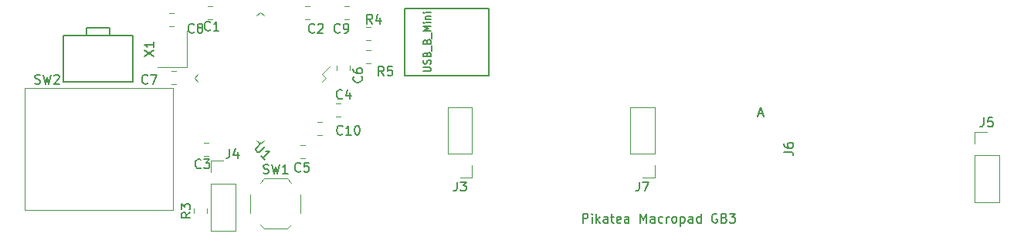
<source format=gbr>
%TF.GenerationSoftware,KiCad,Pcbnew,(5.1.6)-1*%
%TF.CreationDate,2021-04-28T13:43:36-05:00*%
%TF.ProjectId,Pikatea Macropad GB3,50696b61-7465-4612-904d-6163726f7061,rev?*%
%TF.SameCoordinates,Original*%
%TF.FileFunction,Legend,Top*%
%TF.FilePolarity,Positive*%
%FSLAX46Y46*%
G04 Gerber Fmt 4.6, Leading zero omitted, Abs format (unit mm)*
G04 Created by KiCad (PCBNEW (5.1.6)-1) date 2021-04-28 13:43:36*
%MOMM*%
%LPD*%
G01*
G04 APERTURE LIST*
%ADD10C,0.150000*%
%ADD11C,0.200000*%
%ADD12C,0.203200*%
%ADD13C,0.120000*%
G04 APERTURE END LIST*
D10*
X172735904Y-101004666D02*
X173212095Y-101004666D01*
X172640666Y-101290380D02*
X172974000Y-100290380D01*
X173307333Y-101290380D01*
X153464666Y-112974380D02*
X153464666Y-111974380D01*
X153845619Y-111974380D01*
X153940857Y-112022000D01*
X153988476Y-112069619D01*
X154036095Y-112164857D01*
X154036095Y-112307714D01*
X153988476Y-112402952D01*
X153940857Y-112450571D01*
X153845619Y-112498190D01*
X153464666Y-112498190D01*
X154464666Y-112974380D02*
X154464666Y-112307714D01*
X154464666Y-111974380D02*
X154417047Y-112022000D01*
X154464666Y-112069619D01*
X154512285Y-112022000D01*
X154464666Y-111974380D01*
X154464666Y-112069619D01*
X154940857Y-112974380D02*
X154940857Y-111974380D01*
X155036095Y-112593428D02*
X155321809Y-112974380D01*
X155321809Y-112307714D02*
X154940857Y-112688666D01*
X156178952Y-112974380D02*
X156178952Y-112450571D01*
X156131333Y-112355333D01*
X156036095Y-112307714D01*
X155845619Y-112307714D01*
X155750380Y-112355333D01*
X156178952Y-112926761D02*
X156083714Y-112974380D01*
X155845619Y-112974380D01*
X155750380Y-112926761D01*
X155702761Y-112831523D01*
X155702761Y-112736285D01*
X155750380Y-112641047D01*
X155845619Y-112593428D01*
X156083714Y-112593428D01*
X156178952Y-112545809D01*
X156512285Y-112307714D02*
X156893238Y-112307714D01*
X156655142Y-111974380D02*
X156655142Y-112831523D01*
X156702761Y-112926761D01*
X156798000Y-112974380D01*
X156893238Y-112974380D01*
X157607523Y-112926761D02*
X157512285Y-112974380D01*
X157321809Y-112974380D01*
X157226571Y-112926761D01*
X157178952Y-112831523D01*
X157178952Y-112450571D01*
X157226571Y-112355333D01*
X157321809Y-112307714D01*
X157512285Y-112307714D01*
X157607523Y-112355333D01*
X157655142Y-112450571D01*
X157655142Y-112545809D01*
X157178952Y-112641047D01*
X158512285Y-112974380D02*
X158512285Y-112450571D01*
X158464666Y-112355333D01*
X158369428Y-112307714D01*
X158178952Y-112307714D01*
X158083714Y-112355333D01*
X158512285Y-112926761D02*
X158417047Y-112974380D01*
X158178952Y-112974380D01*
X158083714Y-112926761D01*
X158036095Y-112831523D01*
X158036095Y-112736285D01*
X158083714Y-112641047D01*
X158178952Y-112593428D01*
X158417047Y-112593428D01*
X158512285Y-112545809D01*
X159750380Y-112974380D02*
X159750380Y-111974380D01*
X160083714Y-112688666D01*
X160417047Y-111974380D01*
X160417047Y-112974380D01*
X161321809Y-112974380D02*
X161321809Y-112450571D01*
X161274190Y-112355333D01*
X161178952Y-112307714D01*
X160988476Y-112307714D01*
X160893238Y-112355333D01*
X161321809Y-112926761D02*
X161226571Y-112974380D01*
X160988476Y-112974380D01*
X160893238Y-112926761D01*
X160845619Y-112831523D01*
X160845619Y-112736285D01*
X160893238Y-112641047D01*
X160988476Y-112593428D01*
X161226571Y-112593428D01*
X161321809Y-112545809D01*
X162226571Y-112926761D02*
X162131333Y-112974380D01*
X161940857Y-112974380D01*
X161845619Y-112926761D01*
X161798000Y-112879142D01*
X161750380Y-112783904D01*
X161750380Y-112498190D01*
X161798000Y-112402952D01*
X161845619Y-112355333D01*
X161940857Y-112307714D01*
X162131333Y-112307714D01*
X162226571Y-112355333D01*
X162655142Y-112974380D02*
X162655142Y-112307714D01*
X162655142Y-112498190D02*
X162702761Y-112402952D01*
X162750380Y-112355333D01*
X162845619Y-112307714D01*
X162940857Y-112307714D01*
X163417047Y-112974380D02*
X163321809Y-112926761D01*
X163274190Y-112879142D01*
X163226571Y-112783904D01*
X163226571Y-112498190D01*
X163274190Y-112402952D01*
X163321809Y-112355333D01*
X163417047Y-112307714D01*
X163559904Y-112307714D01*
X163655142Y-112355333D01*
X163702761Y-112402952D01*
X163750380Y-112498190D01*
X163750380Y-112783904D01*
X163702761Y-112879142D01*
X163655142Y-112926761D01*
X163559904Y-112974380D01*
X163417047Y-112974380D01*
X164178952Y-112307714D02*
X164178952Y-113307714D01*
X164178952Y-112355333D02*
X164274190Y-112307714D01*
X164464666Y-112307714D01*
X164559904Y-112355333D01*
X164607523Y-112402952D01*
X164655142Y-112498190D01*
X164655142Y-112783904D01*
X164607523Y-112879142D01*
X164559904Y-112926761D01*
X164464666Y-112974380D01*
X164274190Y-112974380D01*
X164178952Y-112926761D01*
X165512285Y-112974380D02*
X165512285Y-112450571D01*
X165464666Y-112355333D01*
X165369428Y-112307714D01*
X165178952Y-112307714D01*
X165083714Y-112355333D01*
X165512285Y-112926761D02*
X165417047Y-112974380D01*
X165178952Y-112974380D01*
X165083714Y-112926761D01*
X165036095Y-112831523D01*
X165036095Y-112736285D01*
X165083714Y-112641047D01*
X165178952Y-112593428D01*
X165417047Y-112593428D01*
X165512285Y-112545809D01*
X166417047Y-112974380D02*
X166417047Y-111974380D01*
X166417047Y-112926761D02*
X166321809Y-112974380D01*
X166131333Y-112974380D01*
X166036095Y-112926761D01*
X165988476Y-112879142D01*
X165940857Y-112783904D01*
X165940857Y-112498190D01*
X165988476Y-112402952D01*
X166036095Y-112355333D01*
X166131333Y-112307714D01*
X166321809Y-112307714D01*
X166417047Y-112355333D01*
X168178952Y-112022000D02*
X168083714Y-111974380D01*
X167940857Y-111974380D01*
X167798000Y-112022000D01*
X167702761Y-112117238D01*
X167655142Y-112212476D01*
X167607523Y-112402952D01*
X167607523Y-112545809D01*
X167655142Y-112736285D01*
X167702761Y-112831523D01*
X167798000Y-112926761D01*
X167940857Y-112974380D01*
X168036095Y-112974380D01*
X168178952Y-112926761D01*
X168226571Y-112879142D01*
X168226571Y-112545809D01*
X168036095Y-112545809D01*
X168988476Y-112450571D02*
X169131333Y-112498190D01*
X169178952Y-112545809D01*
X169226571Y-112641047D01*
X169226571Y-112783904D01*
X169178952Y-112879142D01*
X169131333Y-112926761D01*
X169036095Y-112974380D01*
X168655142Y-112974380D01*
X168655142Y-111974380D01*
X168988476Y-111974380D01*
X169083714Y-112022000D01*
X169131333Y-112069619D01*
X169178952Y-112164857D01*
X169178952Y-112260095D01*
X169131333Y-112355333D01*
X169083714Y-112402952D01*
X168988476Y-112450571D01*
X168655142Y-112450571D01*
X169559904Y-111974380D02*
X170178952Y-111974380D01*
X169845619Y-112355333D01*
X169988476Y-112355333D01*
X170083714Y-112402952D01*
X170131333Y-112450571D01*
X170178952Y-112545809D01*
X170178952Y-112783904D01*
X170131333Y-112879142D01*
X170083714Y-112926761D01*
X169988476Y-112974380D01*
X169702761Y-112974380D01*
X169607523Y-112926761D01*
X169559904Y-112879142D01*
D11*
%TO.C,J1*%
X101600000Y-92420000D02*
X101600000Y-91620000D01*
X101600000Y-91620000D02*
X99050000Y-91620000D01*
X99050000Y-91620000D02*
X99050000Y-92420000D01*
D12*
X96540000Y-92430000D02*
X104160000Y-92430000D01*
X104160000Y-97510000D02*
X96540000Y-97510000D01*
X96540000Y-97510000D02*
X96540000Y-92430000D01*
X104160000Y-92430000D02*
X104160000Y-97510000D01*
D13*
%TO.C,J7*%
X161330000Y-108030000D02*
X160000000Y-108030000D01*
X161330000Y-106700000D02*
X161330000Y-108030000D01*
X161330000Y-105430000D02*
X158670000Y-105430000D01*
X158670000Y-105430000D02*
X158670000Y-100290000D01*
X161330000Y-105430000D02*
X161330000Y-100290000D01*
X161330000Y-100290000D02*
X158670000Y-100290000D01*
%TO.C,J3*%
X141330000Y-108030000D02*
X140000000Y-108030000D01*
X141330000Y-106700000D02*
X141330000Y-108030000D01*
X141330000Y-105430000D02*
X138670000Y-105430000D01*
X138670000Y-105430000D02*
X138670000Y-100290000D01*
X141330000Y-105430000D02*
X141330000Y-100290000D01*
X141330000Y-100290000D02*
X138670000Y-100290000D01*
%TO.C,SW1*%
X118536000Y-108116000D02*
X121036000Y-108116000D01*
X117036000Y-109866000D02*
X117036000Y-111866000D01*
X118536000Y-113616000D02*
X121036000Y-113616000D01*
X122536000Y-109866000D02*
X122536000Y-111866000D01*
X118086000Y-108566000D02*
X118536000Y-108116000D01*
X121486000Y-108566000D02*
X121036000Y-108116000D01*
X121486000Y-113166000D02*
X121036000Y-113616000D01*
X118086000Y-113166000D02*
X118536000Y-113616000D01*
D11*
%TO.C,J2*%
X143160000Y-89510000D02*
X133960000Y-89510000D01*
X143160000Y-96810000D02*
X143160000Y-89510000D01*
X133960000Y-96810000D02*
X143160000Y-96810000D01*
X133960000Y-89510000D02*
X133960000Y-96810000D01*
D13*
%TO.C,X1*%
X110020000Y-95896000D02*
X110020000Y-91896000D01*
X106820000Y-95896000D02*
X110020000Y-95896000D01*
%TO.C,R5*%
X130221078Y-94020000D02*
X129703922Y-94020000D01*
X130221078Y-95440000D02*
X129703922Y-95440000D01*
%TO.C,R4*%
X130221078Y-91480000D02*
X129703922Y-91480000D01*
X130221078Y-92900000D02*
X129703922Y-92900000D01*
%TO.C,R3*%
X110796000Y-111422922D02*
X110796000Y-111940078D01*
X112216000Y-111422922D02*
X112216000Y-111940078D01*
%TO.C,J4*%
X112716000Y-106112000D02*
X114046000Y-106112000D01*
X112716000Y-107442000D02*
X112716000Y-106112000D01*
X112716000Y-108712000D02*
X115376000Y-108712000D01*
X115376000Y-108712000D02*
X115376000Y-113852000D01*
X112716000Y-108712000D02*
X112716000Y-113852000D01*
X112716000Y-113852000D02*
X115376000Y-113852000D01*
%TO.C,C10*%
X124376922Y-103326000D02*
X124894078Y-103326000D01*
X124376922Y-101906000D02*
X124894078Y-101906000D01*
%TO.C,C9*%
X127327922Y-90626000D02*
X127845078Y-90626000D01*
X127327922Y-89206000D02*
X127845078Y-89206000D01*
%TO.C,C8*%
X108120922Y-91388000D02*
X108638078Y-91388000D01*
X108120922Y-89968000D02*
X108638078Y-89968000D01*
%TO.C,C7*%
X108892078Y-96318000D02*
X108374922Y-96318000D01*
X108892078Y-97738000D02*
X108374922Y-97738000D01*
%TO.C,C6*%
X126470000Y-95748922D02*
X126470000Y-96266078D01*
X127890000Y-95748922D02*
X127890000Y-96266078D01*
%TO.C,C5*%
X122501922Y-105866000D02*
X123019078Y-105866000D01*
X122501922Y-104446000D02*
X123019078Y-104446000D01*
%TO.C,C4*%
X126408922Y-101294000D02*
X126926078Y-101294000D01*
X126408922Y-99874000D02*
X126926078Y-99874000D01*
%TO.C,C3*%
X112448078Y-104192000D02*
X111930922Y-104192000D01*
X112448078Y-105612000D02*
X111930922Y-105612000D01*
%TO.C,C2*%
X123009922Y-90626000D02*
X123527078Y-90626000D01*
X123009922Y-89206000D02*
X123527078Y-89206000D01*
%TO.C,C1*%
X112859078Y-89206000D02*
X112341922Y-89206000D01*
X112859078Y-90626000D02*
X112341922Y-90626000D01*
%TO.C,J5*%
X196430000Y-110720000D02*
X199090000Y-110720000D01*
X196430000Y-105580000D02*
X196430000Y-110720000D01*
X199090000Y-105580000D02*
X199090000Y-110720000D01*
X196430000Y-105580000D02*
X199090000Y-105580000D01*
X196430000Y-104310000D02*
X196430000Y-102980000D01*
X196430000Y-102980000D02*
X197760000Y-102980000D01*
%TO.C,SW2*%
X108500000Y-111600000D02*
X92300000Y-111600000D01*
X92300000Y-98200000D02*
X108500000Y-98200000D01*
X108500000Y-111600000D02*
X108500000Y-98200000D01*
X92300000Y-111600000D02*
X92300000Y-98200000D01*
%TO.C,U1*%
X111269955Y-96683414D02*
X110863369Y-97090000D01*
X110863369Y-97090000D02*
X111269955Y-97496586D01*
X117683414Y-90269955D02*
X118090000Y-89863369D01*
X118090000Y-89863369D02*
X118496586Y-90269955D01*
X118496586Y-103910045D02*
X118090000Y-104316631D01*
X118090000Y-104316631D02*
X117683414Y-103910045D01*
X124910045Y-97496586D02*
X125316631Y-97090000D01*
X125316631Y-97090000D02*
X124910045Y-96683414D01*
X124910045Y-96683414D02*
X125822213Y-95771246D01*
%TO.C,J7*%
D10*
X159666666Y-108482380D02*
X159666666Y-109196666D01*
X159619047Y-109339523D01*
X159523809Y-109434761D01*
X159380952Y-109482380D01*
X159285714Y-109482380D01*
X160047619Y-108482380D02*
X160714285Y-108482380D01*
X160285714Y-109482380D01*
%TO.C,J3*%
X139666666Y-108482380D02*
X139666666Y-109196666D01*
X139619047Y-109339523D01*
X139523809Y-109434761D01*
X139380952Y-109482380D01*
X139285714Y-109482380D01*
X140047619Y-108482380D02*
X140666666Y-108482380D01*
X140333333Y-108863333D01*
X140476190Y-108863333D01*
X140571428Y-108910952D01*
X140619047Y-108958571D01*
X140666666Y-109053809D01*
X140666666Y-109291904D01*
X140619047Y-109387142D01*
X140571428Y-109434761D01*
X140476190Y-109482380D01*
X140190476Y-109482380D01*
X140095238Y-109434761D01*
X140047619Y-109387142D01*
%TO.C,J6*%
X175532380Y-105183333D02*
X176246666Y-105183333D01*
X176389523Y-105230952D01*
X176484761Y-105326190D01*
X176532380Y-105469047D01*
X176532380Y-105564285D01*
X175532380Y-104278571D02*
X175532380Y-104469047D01*
X175580000Y-104564285D01*
X175627619Y-104611904D01*
X175770476Y-104707142D01*
X175960952Y-104754761D01*
X176341904Y-104754761D01*
X176437142Y-104707142D01*
X176484761Y-104659523D01*
X176532380Y-104564285D01*
X176532380Y-104373809D01*
X176484761Y-104278571D01*
X176437142Y-104230952D01*
X176341904Y-104183333D01*
X176103809Y-104183333D01*
X176008571Y-104230952D01*
X175960952Y-104278571D01*
X175913333Y-104373809D01*
X175913333Y-104564285D01*
X175960952Y-104659523D01*
X176008571Y-104707142D01*
X176103809Y-104754761D01*
%TO.C,SW1*%
X118452666Y-107520761D02*
X118595523Y-107568380D01*
X118833619Y-107568380D01*
X118928857Y-107520761D01*
X118976476Y-107473142D01*
X119024095Y-107377904D01*
X119024095Y-107282666D01*
X118976476Y-107187428D01*
X118928857Y-107139809D01*
X118833619Y-107092190D01*
X118643142Y-107044571D01*
X118547904Y-106996952D01*
X118500285Y-106949333D01*
X118452666Y-106854095D01*
X118452666Y-106758857D01*
X118500285Y-106663619D01*
X118547904Y-106616000D01*
X118643142Y-106568380D01*
X118881238Y-106568380D01*
X119024095Y-106616000D01*
X119357428Y-106568380D02*
X119595523Y-107568380D01*
X119786000Y-106854095D01*
X119976476Y-107568380D01*
X120214571Y-106568380D01*
X121119333Y-107568380D02*
X120547904Y-107568380D01*
X120833619Y-107568380D02*
X120833619Y-106568380D01*
X120738380Y-106711238D01*
X120643142Y-106806476D01*
X120547904Y-106854095D01*
%TO.C,J2*%
X135981904Y-96359047D02*
X136629523Y-96359047D01*
X136705714Y-96320952D01*
X136743809Y-96282857D01*
X136781904Y-96206666D01*
X136781904Y-96054285D01*
X136743809Y-95978095D01*
X136705714Y-95940000D01*
X136629523Y-95901904D01*
X135981904Y-95901904D01*
X136743809Y-95559047D02*
X136781904Y-95444761D01*
X136781904Y-95254285D01*
X136743809Y-95178095D01*
X136705714Y-95140000D01*
X136629523Y-95101904D01*
X136553333Y-95101904D01*
X136477142Y-95140000D01*
X136439047Y-95178095D01*
X136400952Y-95254285D01*
X136362857Y-95406666D01*
X136324761Y-95482857D01*
X136286666Y-95520952D01*
X136210476Y-95559047D01*
X136134285Y-95559047D01*
X136058095Y-95520952D01*
X136020000Y-95482857D01*
X135981904Y-95406666D01*
X135981904Y-95216190D01*
X136020000Y-95101904D01*
X136362857Y-94492380D02*
X136400952Y-94378095D01*
X136439047Y-94340000D01*
X136515238Y-94301904D01*
X136629523Y-94301904D01*
X136705714Y-94340000D01*
X136743809Y-94378095D01*
X136781904Y-94454285D01*
X136781904Y-94759047D01*
X135981904Y-94759047D01*
X135981904Y-94492380D01*
X136020000Y-94416190D01*
X136058095Y-94378095D01*
X136134285Y-94340000D01*
X136210476Y-94340000D01*
X136286666Y-94378095D01*
X136324761Y-94416190D01*
X136362857Y-94492380D01*
X136362857Y-94759047D01*
X136858095Y-94149523D02*
X136858095Y-93540000D01*
X136362857Y-93082857D02*
X136400952Y-92968571D01*
X136439047Y-92930476D01*
X136515238Y-92892380D01*
X136629523Y-92892380D01*
X136705714Y-92930476D01*
X136743809Y-92968571D01*
X136781904Y-93044761D01*
X136781904Y-93349523D01*
X135981904Y-93349523D01*
X135981904Y-93082857D01*
X136020000Y-93006666D01*
X136058095Y-92968571D01*
X136134285Y-92930476D01*
X136210476Y-92930476D01*
X136286666Y-92968571D01*
X136324761Y-93006666D01*
X136362857Y-93082857D01*
X136362857Y-93349523D01*
X136858095Y-92740000D02*
X136858095Y-92130476D01*
X136781904Y-91940000D02*
X135981904Y-91940000D01*
X136553333Y-91673333D01*
X135981904Y-91406666D01*
X136781904Y-91406666D01*
X136781904Y-91025714D02*
X136248571Y-91025714D01*
X135981904Y-91025714D02*
X136020000Y-91063809D01*
X136058095Y-91025714D01*
X136020000Y-90987619D01*
X135981904Y-91025714D01*
X136058095Y-91025714D01*
X136248571Y-90644761D02*
X136781904Y-90644761D01*
X136324761Y-90644761D02*
X136286666Y-90606666D01*
X136248571Y-90530476D01*
X136248571Y-90416190D01*
X136286666Y-90340000D01*
X136362857Y-90301904D01*
X136781904Y-90301904D01*
X136781904Y-89920952D02*
X136248571Y-89920952D01*
X135981904Y-89920952D02*
X136020000Y-89959047D01*
X136058095Y-89920952D01*
X136020000Y-89882857D01*
X135981904Y-89920952D01*
X136058095Y-89920952D01*
%TO.C,X1*%
X105422380Y-94705523D02*
X106422380Y-94038857D01*
X105422380Y-94038857D02*
X106422380Y-94705523D01*
X106422380Y-93134095D02*
X106422380Y-93705523D01*
X106422380Y-93419809D02*
X105422380Y-93419809D01*
X105565238Y-93515047D01*
X105660476Y-93610285D01*
X105708095Y-93705523D01*
%TO.C,R5*%
X131659333Y-96832380D02*
X131326000Y-96356190D01*
X131087904Y-96832380D02*
X131087904Y-95832380D01*
X131468857Y-95832380D01*
X131564095Y-95880000D01*
X131611714Y-95927619D01*
X131659333Y-96022857D01*
X131659333Y-96165714D01*
X131611714Y-96260952D01*
X131564095Y-96308571D01*
X131468857Y-96356190D01*
X131087904Y-96356190D01*
X132564095Y-95832380D02*
X132087904Y-95832380D01*
X132040285Y-96308571D01*
X132087904Y-96260952D01*
X132183142Y-96213333D01*
X132421238Y-96213333D01*
X132516476Y-96260952D01*
X132564095Y-96308571D01*
X132611714Y-96403809D01*
X132611714Y-96641904D01*
X132564095Y-96737142D01*
X132516476Y-96784761D01*
X132421238Y-96832380D01*
X132183142Y-96832380D01*
X132087904Y-96784761D01*
X132040285Y-96737142D01*
%TO.C,R4*%
X130389333Y-91130380D02*
X130056000Y-90654190D01*
X129817904Y-91130380D02*
X129817904Y-90130380D01*
X130198857Y-90130380D01*
X130294095Y-90178000D01*
X130341714Y-90225619D01*
X130389333Y-90320857D01*
X130389333Y-90463714D01*
X130341714Y-90558952D01*
X130294095Y-90606571D01*
X130198857Y-90654190D01*
X129817904Y-90654190D01*
X131246476Y-90463714D02*
X131246476Y-91130380D01*
X131008380Y-90082761D02*
X130770285Y-90797047D01*
X131389333Y-90797047D01*
%TO.C,R3*%
X110434380Y-111848166D02*
X109958190Y-112181500D01*
X110434380Y-112419595D02*
X109434380Y-112419595D01*
X109434380Y-112038642D01*
X109482000Y-111943404D01*
X109529619Y-111895785D01*
X109624857Y-111848166D01*
X109767714Y-111848166D01*
X109862952Y-111895785D01*
X109910571Y-111943404D01*
X109958190Y-112038642D01*
X109958190Y-112419595D01*
X109434380Y-111514833D02*
X109434380Y-110895785D01*
X109815333Y-111229119D01*
X109815333Y-111086261D01*
X109862952Y-110991023D01*
X109910571Y-110943404D01*
X110005809Y-110895785D01*
X110243904Y-110895785D01*
X110339142Y-110943404D01*
X110386761Y-110991023D01*
X110434380Y-111086261D01*
X110434380Y-111371976D01*
X110386761Y-111467214D01*
X110339142Y-111514833D01*
%TO.C,J4*%
X114728666Y-104862380D02*
X114728666Y-105576666D01*
X114681047Y-105719523D01*
X114585809Y-105814761D01*
X114442952Y-105862380D01*
X114347714Y-105862380D01*
X115633428Y-105195714D02*
X115633428Y-105862380D01*
X115395333Y-104814761D02*
X115157238Y-105529047D01*
X115776285Y-105529047D01*
%TO.C,C10*%
X127119142Y-103227142D02*
X127071523Y-103274761D01*
X126928666Y-103322380D01*
X126833428Y-103322380D01*
X126690571Y-103274761D01*
X126595333Y-103179523D01*
X126547714Y-103084285D01*
X126500095Y-102893809D01*
X126500095Y-102750952D01*
X126547714Y-102560476D01*
X126595333Y-102465238D01*
X126690571Y-102370000D01*
X126833428Y-102322380D01*
X126928666Y-102322380D01*
X127071523Y-102370000D01*
X127119142Y-102417619D01*
X128071523Y-103322380D02*
X127500095Y-103322380D01*
X127785809Y-103322380D02*
X127785809Y-102322380D01*
X127690571Y-102465238D01*
X127595333Y-102560476D01*
X127500095Y-102608095D01*
X128690571Y-102322380D02*
X128785809Y-102322380D01*
X128881047Y-102370000D01*
X128928666Y-102417619D01*
X128976285Y-102512857D01*
X129023904Y-102703333D01*
X129023904Y-102941428D01*
X128976285Y-103131904D01*
X128928666Y-103227142D01*
X128881047Y-103274761D01*
X128785809Y-103322380D01*
X128690571Y-103322380D01*
X128595333Y-103274761D01*
X128547714Y-103227142D01*
X128500095Y-103131904D01*
X128452476Y-102941428D01*
X128452476Y-102703333D01*
X128500095Y-102512857D01*
X128547714Y-102417619D01*
X128595333Y-102370000D01*
X128690571Y-102322380D01*
%TO.C,C9*%
X126833333Y-92051142D02*
X126785714Y-92098761D01*
X126642857Y-92146380D01*
X126547619Y-92146380D01*
X126404761Y-92098761D01*
X126309523Y-92003523D01*
X126261904Y-91908285D01*
X126214285Y-91717809D01*
X126214285Y-91574952D01*
X126261904Y-91384476D01*
X126309523Y-91289238D01*
X126404761Y-91194000D01*
X126547619Y-91146380D01*
X126642857Y-91146380D01*
X126785714Y-91194000D01*
X126833333Y-91241619D01*
X127309523Y-92146380D02*
X127500000Y-92146380D01*
X127595238Y-92098761D01*
X127642857Y-92051142D01*
X127738095Y-91908285D01*
X127785714Y-91717809D01*
X127785714Y-91336857D01*
X127738095Y-91241619D01*
X127690476Y-91194000D01*
X127595238Y-91146380D01*
X127404761Y-91146380D01*
X127309523Y-91194000D01*
X127261904Y-91241619D01*
X127214285Y-91336857D01*
X127214285Y-91574952D01*
X127261904Y-91670190D01*
X127309523Y-91717809D01*
X127404761Y-91765428D01*
X127595238Y-91765428D01*
X127690476Y-91717809D01*
X127738095Y-91670190D01*
X127785714Y-91574952D01*
%TO.C,C8*%
X110831333Y-92051142D02*
X110783714Y-92098761D01*
X110640857Y-92146380D01*
X110545619Y-92146380D01*
X110402761Y-92098761D01*
X110307523Y-92003523D01*
X110259904Y-91908285D01*
X110212285Y-91717809D01*
X110212285Y-91574952D01*
X110259904Y-91384476D01*
X110307523Y-91289238D01*
X110402761Y-91194000D01*
X110545619Y-91146380D01*
X110640857Y-91146380D01*
X110783714Y-91194000D01*
X110831333Y-91241619D01*
X111402761Y-91574952D02*
X111307523Y-91527333D01*
X111259904Y-91479714D01*
X111212285Y-91384476D01*
X111212285Y-91336857D01*
X111259904Y-91241619D01*
X111307523Y-91194000D01*
X111402761Y-91146380D01*
X111593238Y-91146380D01*
X111688476Y-91194000D01*
X111736095Y-91241619D01*
X111783714Y-91336857D01*
X111783714Y-91384476D01*
X111736095Y-91479714D01*
X111688476Y-91527333D01*
X111593238Y-91574952D01*
X111402761Y-91574952D01*
X111307523Y-91622571D01*
X111259904Y-91670190D01*
X111212285Y-91765428D01*
X111212285Y-91955904D01*
X111259904Y-92051142D01*
X111307523Y-92098761D01*
X111402761Y-92146380D01*
X111593238Y-92146380D01*
X111688476Y-92098761D01*
X111736095Y-92051142D01*
X111783714Y-91955904D01*
X111783714Y-91765428D01*
X111736095Y-91670190D01*
X111688476Y-91622571D01*
X111593238Y-91574952D01*
%TO.C,C7*%
X105751333Y-97639142D02*
X105703714Y-97686761D01*
X105560857Y-97734380D01*
X105465619Y-97734380D01*
X105322761Y-97686761D01*
X105227523Y-97591523D01*
X105179904Y-97496285D01*
X105132285Y-97305809D01*
X105132285Y-97162952D01*
X105179904Y-96972476D01*
X105227523Y-96877238D01*
X105322761Y-96782000D01*
X105465619Y-96734380D01*
X105560857Y-96734380D01*
X105703714Y-96782000D01*
X105751333Y-96829619D01*
X106084666Y-96734380D02*
X106751333Y-96734380D01*
X106322761Y-97734380D01*
%TO.C,C6*%
X129187142Y-96940666D02*
X129234761Y-96988285D01*
X129282380Y-97131142D01*
X129282380Y-97226380D01*
X129234761Y-97369238D01*
X129139523Y-97464476D01*
X129044285Y-97512095D01*
X128853809Y-97559714D01*
X128710952Y-97559714D01*
X128520476Y-97512095D01*
X128425238Y-97464476D01*
X128330000Y-97369238D01*
X128282380Y-97226380D01*
X128282380Y-97131142D01*
X128330000Y-96988285D01*
X128377619Y-96940666D01*
X128282380Y-96083523D02*
X128282380Y-96274000D01*
X128330000Y-96369238D01*
X128377619Y-96416857D01*
X128520476Y-96512095D01*
X128710952Y-96559714D01*
X129091904Y-96559714D01*
X129187142Y-96512095D01*
X129234761Y-96464476D01*
X129282380Y-96369238D01*
X129282380Y-96178761D01*
X129234761Y-96083523D01*
X129187142Y-96035904D01*
X129091904Y-95988285D01*
X128853809Y-95988285D01*
X128758571Y-96035904D01*
X128710952Y-96083523D01*
X128663333Y-96178761D01*
X128663333Y-96369238D01*
X128710952Y-96464476D01*
X128758571Y-96512095D01*
X128853809Y-96559714D01*
%TO.C,C5*%
X122515333Y-107291142D02*
X122467714Y-107338761D01*
X122324857Y-107386380D01*
X122229619Y-107386380D01*
X122086761Y-107338761D01*
X121991523Y-107243523D01*
X121943904Y-107148285D01*
X121896285Y-106957809D01*
X121896285Y-106814952D01*
X121943904Y-106624476D01*
X121991523Y-106529238D01*
X122086761Y-106434000D01*
X122229619Y-106386380D01*
X122324857Y-106386380D01*
X122467714Y-106434000D01*
X122515333Y-106481619D01*
X123420095Y-106386380D02*
X122943904Y-106386380D01*
X122896285Y-106862571D01*
X122943904Y-106814952D01*
X123039142Y-106767333D01*
X123277238Y-106767333D01*
X123372476Y-106814952D01*
X123420095Y-106862571D01*
X123467714Y-106957809D01*
X123467714Y-107195904D01*
X123420095Y-107291142D01*
X123372476Y-107338761D01*
X123277238Y-107386380D01*
X123039142Y-107386380D01*
X122943904Y-107338761D01*
X122896285Y-107291142D01*
%TO.C,C4*%
X127087333Y-99291142D02*
X127039714Y-99338761D01*
X126896857Y-99386380D01*
X126801619Y-99386380D01*
X126658761Y-99338761D01*
X126563523Y-99243523D01*
X126515904Y-99148285D01*
X126468285Y-98957809D01*
X126468285Y-98814952D01*
X126515904Y-98624476D01*
X126563523Y-98529238D01*
X126658761Y-98434000D01*
X126801619Y-98386380D01*
X126896857Y-98386380D01*
X127039714Y-98434000D01*
X127087333Y-98481619D01*
X127944476Y-98719714D02*
X127944476Y-99386380D01*
X127706380Y-98338761D02*
X127468285Y-99053047D01*
X128087333Y-99053047D01*
%TO.C,C3*%
X111593333Y-106909142D02*
X111545714Y-106956761D01*
X111402857Y-107004380D01*
X111307619Y-107004380D01*
X111164761Y-106956761D01*
X111069523Y-106861523D01*
X111021904Y-106766285D01*
X110974285Y-106575809D01*
X110974285Y-106432952D01*
X111021904Y-106242476D01*
X111069523Y-106147238D01*
X111164761Y-106052000D01*
X111307619Y-106004380D01*
X111402857Y-106004380D01*
X111545714Y-106052000D01*
X111593333Y-106099619D01*
X111926666Y-106004380D02*
X112545714Y-106004380D01*
X112212380Y-106385333D01*
X112355238Y-106385333D01*
X112450476Y-106432952D01*
X112498095Y-106480571D01*
X112545714Y-106575809D01*
X112545714Y-106813904D01*
X112498095Y-106909142D01*
X112450476Y-106956761D01*
X112355238Y-107004380D01*
X112069523Y-107004380D01*
X111974285Y-106956761D01*
X111926666Y-106909142D01*
%TO.C,C2*%
X124039333Y-92051142D02*
X123991714Y-92098761D01*
X123848857Y-92146380D01*
X123753619Y-92146380D01*
X123610761Y-92098761D01*
X123515523Y-92003523D01*
X123467904Y-91908285D01*
X123420285Y-91717809D01*
X123420285Y-91574952D01*
X123467904Y-91384476D01*
X123515523Y-91289238D01*
X123610761Y-91194000D01*
X123753619Y-91146380D01*
X123848857Y-91146380D01*
X123991714Y-91194000D01*
X124039333Y-91241619D01*
X124420285Y-91241619D02*
X124467904Y-91194000D01*
X124563142Y-91146380D01*
X124801238Y-91146380D01*
X124896476Y-91194000D01*
X124944095Y-91241619D01*
X124991714Y-91336857D01*
X124991714Y-91432095D01*
X124944095Y-91574952D01*
X124372666Y-92146380D01*
X124991714Y-92146380D01*
%TO.C,C1*%
X112609333Y-91797142D02*
X112561714Y-91844761D01*
X112418857Y-91892380D01*
X112323619Y-91892380D01*
X112180761Y-91844761D01*
X112085523Y-91749523D01*
X112037904Y-91654285D01*
X111990285Y-91463809D01*
X111990285Y-91320952D01*
X112037904Y-91130476D01*
X112085523Y-91035238D01*
X112180761Y-90940000D01*
X112323619Y-90892380D01*
X112418857Y-90892380D01*
X112561714Y-90940000D01*
X112609333Y-90987619D01*
X113561714Y-91892380D02*
X112990285Y-91892380D01*
X113276000Y-91892380D02*
X113276000Y-90892380D01*
X113180761Y-91035238D01*
X113085523Y-91130476D01*
X112990285Y-91178095D01*
%TO.C,J5*%
X197426666Y-101432380D02*
X197426666Y-102146666D01*
X197379047Y-102289523D01*
X197283809Y-102384761D01*
X197140952Y-102432380D01*
X197045714Y-102432380D01*
X198379047Y-101432380D02*
X197902857Y-101432380D01*
X197855238Y-101908571D01*
X197902857Y-101860952D01*
X197998095Y-101813333D01*
X198236190Y-101813333D01*
X198331428Y-101860952D01*
X198379047Y-101908571D01*
X198426666Y-102003809D01*
X198426666Y-102241904D01*
X198379047Y-102337142D01*
X198331428Y-102384761D01*
X198236190Y-102432380D01*
X197998095Y-102432380D01*
X197902857Y-102384761D01*
X197855238Y-102337142D01*
%TO.C,SW2*%
X93408666Y-97686761D02*
X93551523Y-97734380D01*
X93789619Y-97734380D01*
X93884857Y-97686761D01*
X93932476Y-97639142D01*
X93980095Y-97543904D01*
X93980095Y-97448666D01*
X93932476Y-97353428D01*
X93884857Y-97305809D01*
X93789619Y-97258190D01*
X93599142Y-97210571D01*
X93503904Y-97162952D01*
X93456285Y-97115333D01*
X93408666Y-97020095D01*
X93408666Y-96924857D01*
X93456285Y-96829619D01*
X93503904Y-96782000D01*
X93599142Y-96734380D01*
X93837238Y-96734380D01*
X93980095Y-96782000D01*
X94313428Y-96734380D02*
X94551523Y-97734380D01*
X94742000Y-97020095D01*
X94932476Y-97734380D01*
X95170571Y-96734380D01*
X95503904Y-96829619D02*
X95551523Y-96782000D01*
X95646761Y-96734380D01*
X95884857Y-96734380D01*
X95980095Y-96782000D01*
X96027714Y-96829619D01*
X96075333Y-96924857D01*
X96075333Y-97020095D01*
X96027714Y-97162952D01*
X95456285Y-97734380D01*
X96075333Y-97734380D01*
%TO.C,U1*%
X118212477Y-104230026D02*
X117640057Y-104802446D01*
X117606385Y-104903461D01*
X117606385Y-104970805D01*
X117640057Y-105071820D01*
X117774744Y-105206507D01*
X117875759Y-105240179D01*
X117943103Y-105240179D01*
X118044118Y-105206507D01*
X118616538Y-104634087D01*
X118616538Y-106048301D02*
X118212477Y-105644240D01*
X118414507Y-105846270D02*
X119121614Y-105139164D01*
X118953255Y-105172835D01*
X118818568Y-105172835D01*
X118717553Y-105139164D01*
%TD*%
M02*

</source>
